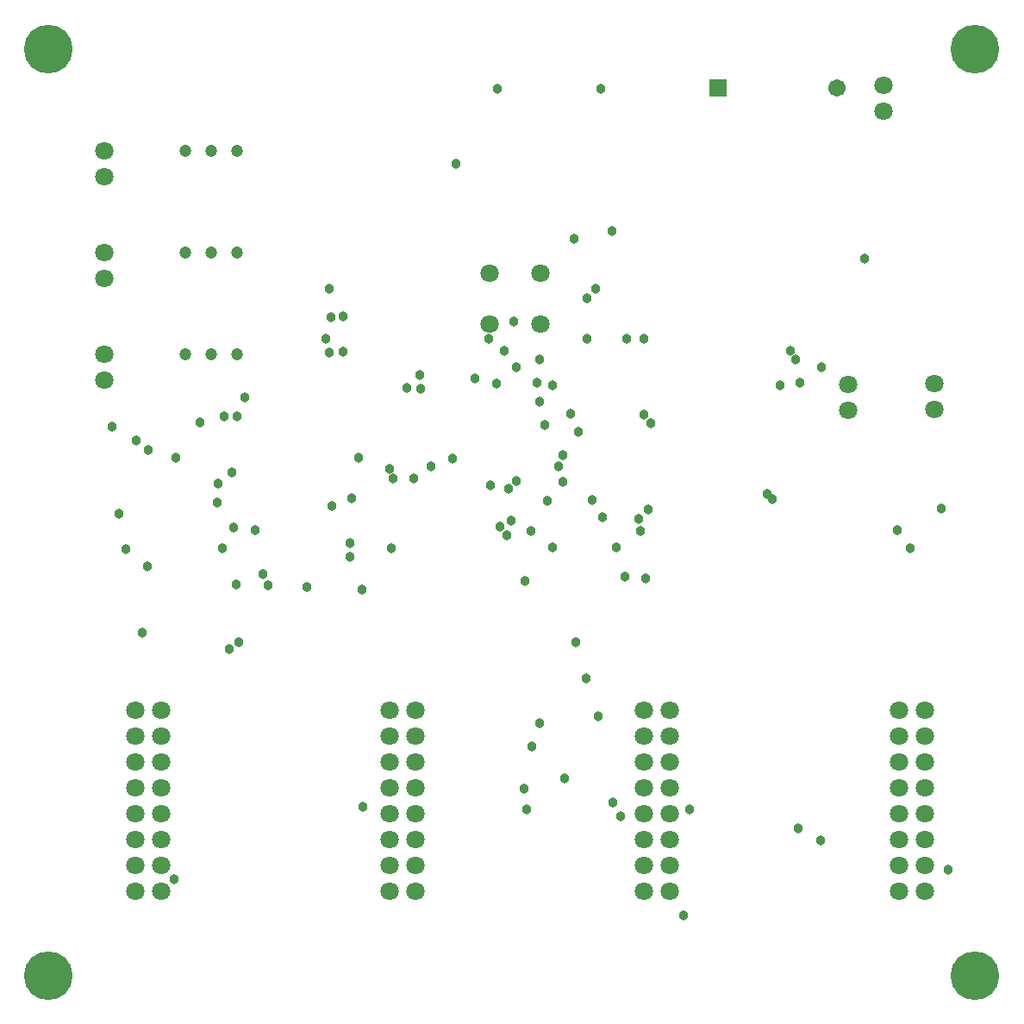
<source format=gbs>
G04*
G04 #@! TF.GenerationSoftware,Altium Limited,Altium Designer,19.1.8 (144)*
G04*
G04 Layer_Color=16711935*
%FSLAX25Y25*%
%MOIN*%
G70*
G01*
G75*
%ADD52C,0.07099*%
%ADD53C,0.04737*%
%ADD54C,0.06706*%
%ADD55R,0.06706X0.06706*%
%ADD56C,0.18800*%
%ADD57C,0.03800*%
D52*
X37402Y324646D02*
D03*
Y334646D02*
D03*
Y285276D02*
D03*
Y295275D02*
D03*
Y245905D02*
D03*
Y255906D02*
D03*
X324895Y244368D02*
D03*
Y234368D02*
D03*
X358395Y244468D02*
D03*
Y234468D02*
D03*
X338583Y359842D02*
D03*
Y349843D02*
D03*
X354488Y118110D02*
D03*
Y108110D02*
D03*
Y98110D02*
D03*
Y88110D02*
D03*
Y78110D02*
D03*
Y68110D02*
D03*
Y58110D02*
D03*
Y48110D02*
D03*
X344488D02*
D03*
Y58110D02*
D03*
Y68110D02*
D03*
Y78110D02*
D03*
Y88110D02*
D03*
Y98110D02*
D03*
Y108110D02*
D03*
Y118110D02*
D03*
X256063D02*
D03*
Y108110D02*
D03*
Y98110D02*
D03*
Y88110D02*
D03*
Y78110D02*
D03*
Y68110D02*
D03*
Y58110D02*
D03*
Y48110D02*
D03*
X246063D02*
D03*
Y58110D02*
D03*
Y68110D02*
D03*
Y78110D02*
D03*
Y88110D02*
D03*
Y98110D02*
D03*
Y108110D02*
D03*
Y118110D02*
D03*
X157638D02*
D03*
Y108110D02*
D03*
Y98110D02*
D03*
Y88110D02*
D03*
Y78110D02*
D03*
Y68110D02*
D03*
Y58110D02*
D03*
Y48110D02*
D03*
X147638D02*
D03*
Y58110D02*
D03*
Y68110D02*
D03*
Y78110D02*
D03*
Y88110D02*
D03*
Y98110D02*
D03*
Y108110D02*
D03*
Y118110D02*
D03*
X59213D02*
D03*
Y108110D02*
D03*
Y98110D02*
D03*
Y88110D02*
D03*
Y78110D02*
D03*
Y68110D02*
D03*
Y58110D02*
D03*
Y48110D02*
D03*
X49213D02*
D03*
Y58110D02*
D03*
Y68110D02*
D03*
Y78110D02*
D03*
Y88110D02*
D03*
Y98110D02*
D03*
Y108110D02*
D03*
Y118110D02*
D03*
X186221Y267717D02*
D03*
X205906D02*
D03*
X186221Y287402D02*
D03*
X205906D02*
D03*
D53*
X78740Y295275D02*
D03*
X88740D02*
D03*
X68740D02*
D03*
X78740Y255906D02*
D03*
X88740D02*
D03*
X68740D02*
D03*
X78740Y334646D02*
D03*
X88740D02*
D03*
X68740D02*
D03*
D54*
X320571Y359055D02*
D03*
D55*
X274705D02*
D03*
D56*
X15748Y15748D02*
D03*
X374016D02*
D03*
Y374016D02*
D03*
X15748D02*
D03*
D57*
X124252Y281179D02*
D03*
X227152D02*
D03*
X239348Y261879D02*
D03*
X125052Y270280D02*
D03*
X223952Y277579D02*
D03*
Y261879D02*
D03*
X245852Y232680D02*
D03*
Y261879D02*
D03*
X180752Y246480D02*
D03*
X233752Y303579D02*
D03*
X248652Y229279D02*
D03*
X234052Y82579D02*
D03*
X124335Y256697D02*
D03*
X196498Y251080D02*
D03*
X314652D02*
D03*
X205452Y113380D02*
D03*
X261152Y38780D02*
D03*
X40152Y227953D02*
D03*
X82952Y180980D02*
D03*
X137352Y80779D02*
D03*
X88552Y231979D02*
D03*
X136852Y164779D02*
D03*
X129652Y256979D02*
D03*
X360952Y196379D02*
D03*
X129652Y270479D02*
D03*
X188852Y244679D02*
D03*
X149006Y207979D02*
D03*
X156952D02*
D03*
X263552Y79779D02*
D03*
X186652Y205254D02*
D03*
X125386Y197313D02*
D03*
X115652Y165980D02*
D03*
X45752Y180480D02*
D03*
X64182Y53079D02*
D03*
X229134Y358680D02*
D03*
X189384D02*
D03*
X295552Y199979D02*
D03*
X348957Y180879D02*
D03*
X159452Y242479D02*
D03*
X193752Y203780D02*
D03*
X64952Y215980D02*
D03*
X225952Y199680D02*
D03*
X74352Y229579D02*
D03*
X83421Y231780D02*
D03*
X194474Y191579D02*
D03*
X54252Y219079D02*
D03*
X163552Y212579D02*
D03*
X208752Y199179D02*
D03*
X91652Y239380D02*
D03*
X154252Y242880D02*
D03*
X159252Y247929D02*
D03*
X195524Y268580D02*
D03*
X135452Y216079D02*
D03*
X147452Y211579D02*
D03*
X171852Y215680D02*
D03*
X49452Y222679D02*
D03*
X196752Y206780D02*
D03*
X133052Y200113D02*
D03*
X191929Y257279D02*
D03*
X302652D02*
D03*
X305752Y72579D02*
D03*
X331352Y292779D02*
D03*
X122852Y261779D02*
D03*
X186024D02*
D03*
X200752Y79879D02*
D03*
X98552Y171080D02*
D03*
X202346Y187680D02*
D03*
X95652Y187779D02*
D03*
X247452Y195879D02*
D03*
X132152Y182980D02*
D03*
Y177668D02*
D03*
X217752Y233080D02*
D03*
X220718Y225984D02*
D03*
X238652Y169980D02*
D03*
X236852Y77321D02*
D03*
X205752Y253979D02*
D03*
X304752D02*
D03*
X205452Y237479D02*
D03*
X343952Y187880D02*
D03*
X204552Y244880D02*
D03*
X306352D02*
D03*
X223452Y130721D02*
D03*
X219552Y144621D02*
D03*
X210652Y181117D02*
D03*
X86452Y210279D02*
D03*
X214552Y216779D02*
D03*
X207677Y228705D02*
D03*
X215292Y91861D02*
D03*
X228152Y116021D02*
D03*
X89252Y144580D02*
D03*
X88152Y167079D02*
D03*
X199552Y87779D02*
D03*
X235352Y181179D02*
D03*
X214552Y206579D02*
D03*
X210452Y243880D02*
D03*
X298552D02*
D03*
X314252Y68080D02*
D03*
X363752Y56679D02*
D03*
X212852Y212479D02*
D03*
X54052Y173979D02*
D03*
X52052Y148280D02*
D03*
X100452Y166680D02*
D03*
X148252Y181079D02*
D03*
X42952Y194190D02*
D03*
X246452Y169379D02*
D03*
X244488Y187508D02*
D03*
X243905Y192379D02*
D03*
X229952Y193079D02*
D03*
X219084Y300580D02*
D03*
X293552Y201979D02*
D03*
X173130Y329557D02*
D03*
X87252Y188880D02*
D03*
X199803Y168231D02*
D03*
X80852Y198679D02*
D03*
X192851Y185780D02*
D03*
X81152Y206080D02*
D03*
X190152Y189180D02*
D03*
X85752Y141879D02*
D03*
X202452Y104180D02*
D03*
M02*

</source>
